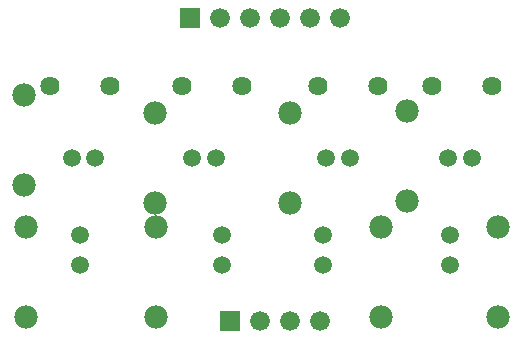
<source format=gbs>
G04 Layer: BottomSolderMaskLayer*
G04 EasyEDA v6.5.46, 2025-07-09 13:41:03*
G04 12fb059d76d7480aa4ea8a5eff3d1b86,10*
G04 Gerber Generator version 0.2*
G04 Scale: 100 percent, Rotated: No, Reflected: No *
G04 Dimensions in millimeters *
G04 leading zeros omitted , absolute positions ,4 integer and 5 decimal *
%FSLAX45Y45*%
%MOMM*%

%AMMACRO1*4,1,8,-0.8085,-0.8382,-0.8382,-0.8082,-0.8382,0.8085,-0.8085,0.8382,0.8082,0.8382,0.8382,0.8085,0.8382,-0.8082,0.8082,-0.8382,-0.8085,-0.8382,0*%
%ADD10C,1.5032*%
%ADD11C,1.6764*%
%ADD12MACRO1*%
%ADD13C,1.5016*%
%ADD14C,1.9812*%
%ADD15C,1.6256*%

%LPD*%
D10*
G01*
X984783Y1638300D03*
G01*
X784783Y1638300D03*
G01*
X2004999Y1638300D03*
G01*
X1805000Y1638300D03*
G01*
X3139541Y1638300D03*
G01*
X2939541Y1638300D03*
G01*
X4172483Y1638300D03*
G01*
X3972483Y1638300D03*
D11*
G01*
X3059201Y2818307D03*
G01*
X2805201Y2818307D03*
G01*
X2551201Y2818307D03*
G01*
X2297201Y2818307D03*
G01*
X2043201Y2818307D03*
D12*
G01*
X1789201Y2818307D03*
G01*
X2120900Y253999D03*
D11*
G01*
X2374900Y254000D03*
G01*
X2628900Y254000D03*
G01*
X2882900Y254000D03*
D13*
G01*
X850900Y730250D03*
G01*
X850900Y984250D03*
G01*
X2057400Y730250D03*
G01*
X2057400Y984250D03*
G01*
X2908300Y730250D03*
G01*
X2908300Y984250D03*
G01*
X3987800Y730250D03*
G01*
X3987800Y984250D03*
D14*
G01*
X381000Y1409700D03*
G01*
X381000Y2171700D03*
G01*
X1485900Y1257300D03*
G01*
X1485900Y2019300D03*
G01*
X2628900Y1257300D03*
G01*
X2628900Y2019300D03*
G01*
X3619500Y1270000D03*
G01*
X3619500Y2032000D03*
G01*
X393700Y1054100D03*
G01*
X393700Y292100D03*
G01*
X1498600Y1054100D03*
G01*
X1498600Y292100D03*
G01*
X3403600Y1054100D03*
G01*
X3403600Y292100D03*
G01*
X4394200Y1054100D03*
G01*
X4394200Y292100D03*
D15*
G01*
X596900Y2247900D03*
G01*
X1104900Y2247900D03*
G01*
X1714500Y2247900D03*
G01*
X2222500Y2247900D03*
G01*
X2870200Y2247900D03*
G01*
X3378200Y2247900D03*
G01*
X3835400Y2247900D03*
G01*
X4343400Y2247900D03*
M02*

</source>
